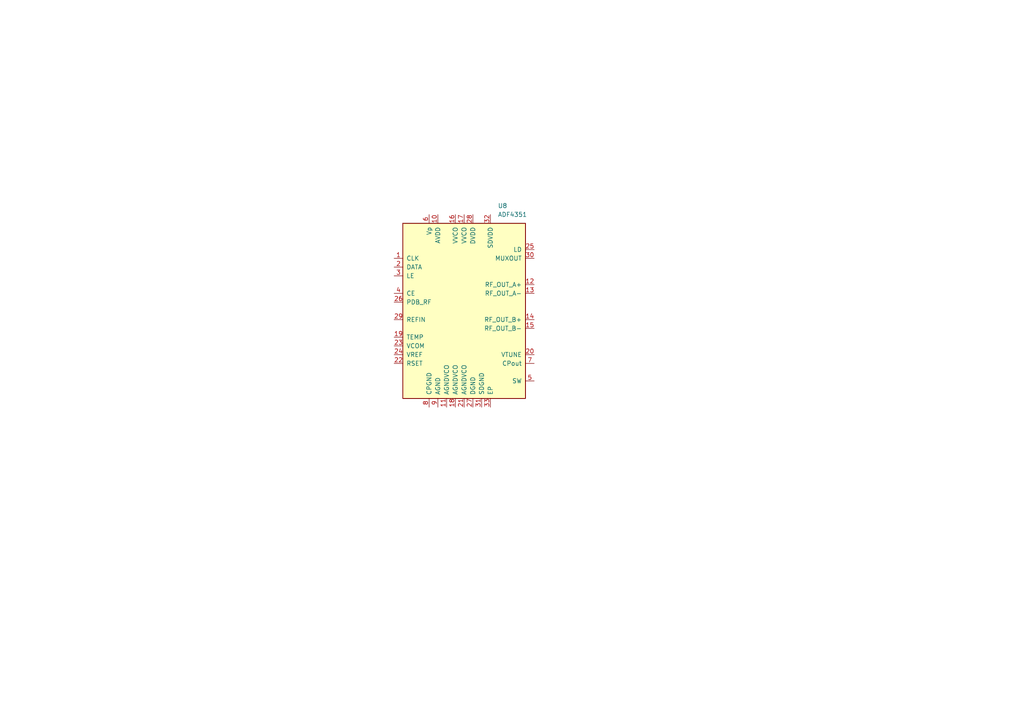
<source format=kicad_sch>
(kicad_sch (version 20250114) (generator "eeschema") (generator_version "9.0")
  (paper "A4")
  (lib_symbols
    (symbol "Timer_PLL:ADF4351" (pin_names (offset 1.016))
      (property "Reference" "U" (at 0 1.27 0))
      (property "Value" "ADF4351" (at 0 -1.27 0))
      (symbol "ADF4351_0_1"
        (rectangle (start 17.78 25.4) (end -17.78 -25.4) (stroke (width 0.254)) (fill (type background)))
      )
      (symbol "ADF4351_1_1"
        (pin input line (at -20.32 15.24 0) (length 2.54) (name "CLK") (number "1"))
        (pin input line (at -20.32 12.7 0) (length 2.54) (name "DATA") (number "2"))
        (pin input line (at -20.32 10.16 0) (length 2.54) (name "LE") (number "3"))
        (pin input line (at -20.32 5.08 0) (length 2.54) (name "CE") (number "4"))
        (pin input line (at -20.32 2.54 0) (length 2.54) (name "PDB_RF") (number "26"))
        (pin input line (at -20.32 -2.54 0) (length 2.54) (name "REFIN") (number "29"))
        (pin input line (at -20.32 -7.62 0) (length 2.54) (name "TEMP") (number "19"))
        (pin input line (at -20.32 -10.16 0) (length 2.54) (name "VCOM") (number "23"))
        (pin input line (at -20.32 -12.7 0) (length 2.54) (name "VREF") (number "24"))
        (pin input line (at -20.32 -15.24 0) (length 2.54) (name "RSET") (number "22"))
        (pin power_in line (at -10.16 27.94 270) (length 2.54) (name "Vp") (number "6"))
        (pin power_in line (at -10.16 -27.94 90) (length 2.54) (name "CPGND") (number "8"))
        (pin power_in line (at -7.62 27.94 270) (length 2.54) (name "AVDD") (number "10"))
        (pin power_in line (at -7.62 -27.94 90) (length 2.54) (name "AGND") (number "9"))
        (pin power_in line (at -5.08 -27.94 90) (length 2.54) (name "AGNDVCO") (number "11"))
        (pin power_in line (at -2.54 27.94 270) (length 2.54) (name "VVCO") (number "16"))
        (pin power_in line (at -2.54 -27.94 90) (length 2.54) (name "AGNDVCO") (number "18"))
        (pin power_in line (at 0 27.94 270) (length 2.54) (name "VVCO") (number "17"))
        (pin power_in line (at 0 -27.94 90) (length 2.54) (name "AGNDVCO") (number "21"))
        (pin power_in line (at 2.54 27.94 270) (length 2.54) (name "DVDD") (number "28"))
        (pin power_in line (at 2.54 -27.94 90) (length 2.54) (name "DGND") (number "27"))
        (pin power_in line (at 5.08 -27.94 90) (length 2.54) (name "SDGND") (number "31"))
        (pin power_in line (at 7.62 27.94 270) (length 2.54) (name "SDVDD") (number "32"))
        (pin power_in line (at 7.62 -27.94 90) (length 2.54) (name "EP") (number "33"))
        (pin input line (at 20.32 17.78 180) (length 2.54) (name "LD") (number "25"))
        (pin output line (at 20.32 15.24 180) (length 2.54) (name "MUXOUT") (number "30"))
        (pin output line (at 20.32 7.62 180) (length 2.54) (name "RF_OUT_A+") (number "12"))
        (pin output line (at 20.32 5.08 180) (length 2.54) (name "RF_OUT_A-") (number "13"))
        (pin output line (at 20.32 -2.54 180) (length 2.54) (name "RF_OUT_B+") (number "14"))
        (pin output line (at 20.32 -5.08 180) (length 2.54) (name "RF_OUT_B-") (number "15"))
        (pin input line (at 20.32 -12.7 180) (length 2.54) (name "VTUNE") (number "20"))
        (pin input line (at 20.32 -15.24 180) (length 2.54) (name "CPout") (number "7"))
        (pin input line (at 20.32 -20.32 180) (length 2.54) (name "SW") (number "5"))
      )
    )
  )
  (symbol (lib_id "Timer_PLL:ADF4351") (at 134.62 90.17 0) (unit 1)
    (property "Reference" "U8" (at 144.3833 59.69 0) (effects (justify left)))
    (property "Value" "ADF4351" (at 144.3833 62.23 0) (effects (justify left)))
    (property "Footprint" "Package_CSP:LFCSP-32-1EP_5x5mm_P0.5mm_EP3.25x3.25mm" (effects (hide yes)))
    (property "Datasheet" "https://www.analog.com/media/en/technical-documentation/data-sheets/ADF4351.pdf" (effects (hide yes)))
    (property "Description" "35-4400MHz fractional-N PLL, LFCSP-32" (effects (hide yes)))
  )
)
</source>
